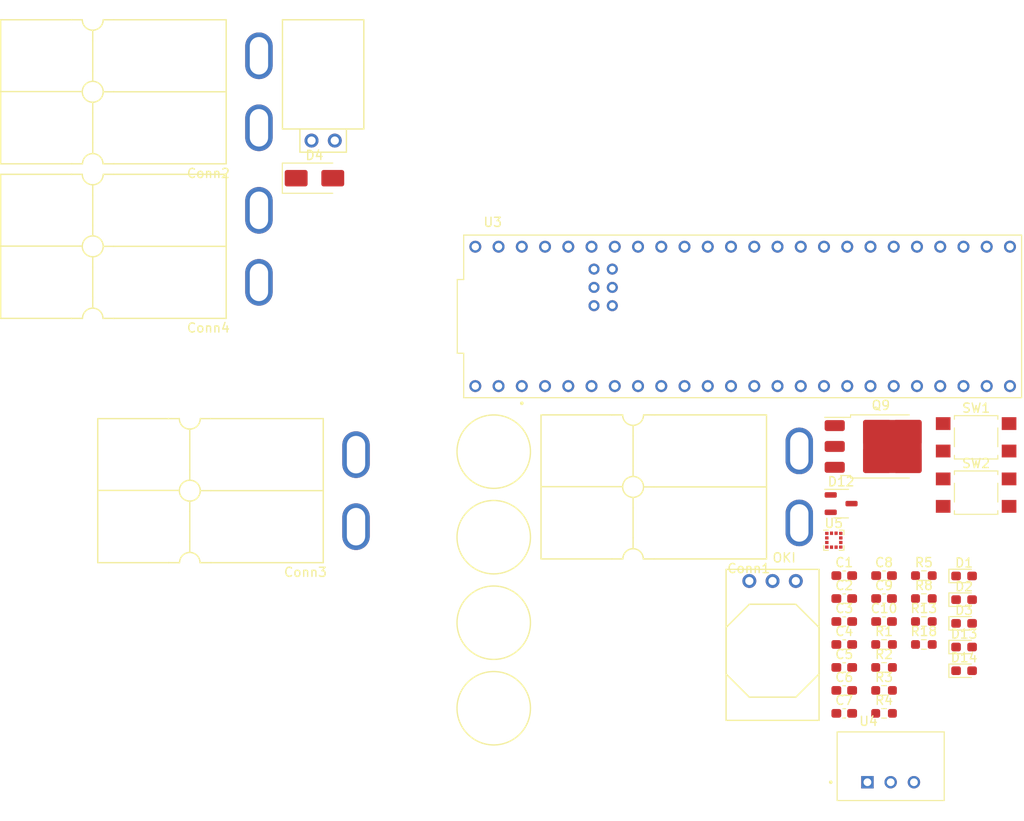
<source format=kicad_pcb>
(kicad_pcb (version 20221018) (generator pcbnew)
  (layers (0 "F.Cu" signal) (31 "B.Cu" signal) (34 "B.Paste" user) (35 "F.Paste" user) (36 "B.SilkS" user "B.Silkscreen") (37 "F.SilkS" user "F.Silkscreen") (38 "B.Mask" user) (39 "F.Mask" user) (44 "Edge.Cuts" user))
  (net 0 "")
  (net 1 "+12V")
  (net 2 "GND")
  (net 3 "+3V3")
  (net 4 "Net-(C6-Pad1)")
  (net 5 "Net-(U5-C1)")
  (net 6 "Net-(D1-A)")
  (net 7 "Net-(D2-A)")
  (net 8 "Net-(D3-A)")
  (net 9 "Net-(D12-A)")
  (net 10 "Net-(D13-A)")
  (net 11 "Net-(D14-A)")
  (net 12 "/LED")
  (net 13 "/TX+")
  (net 14 "/RX+")
  (net 15 "+5V")
  (net 16 "I2C SCL")
  (net 17 "I2C SDA")
  (net 29 "Coil1_RVS")
  (net 30 "Coil1_FWD")
  (net 58 "MAG ENABLE")
  (net 61 "JOG A")
  (net 62 "JOG B")
  (net 63 "+3.3V")
  (net 64 "Net-(Conn3B-V+Log)")
  (net 65 "HB_FWD")
  (net 66 "HB_RVS")
  (footprint "Resistor_SMD:R_0603_1608Metric_Pad0.98x0.95mm_HandSolder" (layer "F.Cu") (at 133.895 94.13)
    (fp_text reference "R2" (at 0 -1.43) (layer "F.SilkS"))
    (fp_text value "1k")
    (fp_line (start -0.254724 -0.5225) (end 0.254724 -0.5225) (stroke (width 0.12)) (layer "F.SilkS"))
    (fp_line (start -0.254724 0.5225) (end 0.254724 0.5225) (stroke (width 0.12)) (layer "F.SilkS"))
    (pad "1" smd roundrect (at -0.9125 0) (size 0.975 0.95) (layers "F.Cu" "F.Paste" "F.Mask") (net 7 "Net-(D2-A)"))
    (pad "2" smd roundrect (at 0.9125 0) (size 0.975 0.95) (layers "F.Cu" "F.Paste" "F.Mask") (net 1 "+12V"))
  )
  (footprint "Resistor_SMD:R_0603_1608Metric_Pad0.98x0.95mm_HandSolder" (layer "F.Cu") (at 138.245 89.11)
    (fp_text reference "R13" (at 0 -1.43) (layer "F.SilkS"))
    (fp_text value "120")
    (fp_line (start -0.254724 -0.5225) (end 0.254724 -0.5225) (stroke (width 0.12)) (layer "F.SilkS"))
    (fp_line (start -0.254724 0.5225) (end 0.254724 0.5225) (stroke (width 0.12)) (layer "F.SilkS"))
    (pad "1" smd roundrect (at -0.9125 0) (size 0.975 0.95) (layers "F.Cu" "F.Paste" "F.Mask") (net 61 "JOG A"))
    (pad "2" smd roundrect (at 0.9125 0) (size 0.975 0.95) (layers "F.Cu" "F.Paste" "F.Mask") (net 10 "Net-(D13-A)"))
  )
  (footprint "Resistor_SMD:R_0603_1608Metric_Pad0.98x0.95mm_HandSolder" (layer "F.Cu") (at 138.245 86.6)
    (fp_text reference "R8" (at 0 -1.43) (layer "F.SilkS"))
    (fp_text value "100k")
    (fp_line (start -0.254724 -0.5225) (end 0.254724 -0.5225) (stroke (width 0.12)) (layer "F.SilkS"))
    (fp_line (start -0.254724 0.5225) (end 0.254724 0.5225) (stroke (width 0.12)) (layer "F.SilkS"))
    (pad "1" smd roundrect (at -0.9125 0) (size 0.975 0.95) (layers "F.Cu" "F.Paste" "F.Mask") (net 2 "GND"))
    (pad "2" smd roundrect (at 0.9125 0) (size 0.975 0.95) (layers "F.Cu" "F.Paste" "F.Mask") (net 9 "Net-(D12-A)"))
  )
  (footprint "Diode_SMD:D_0603_1608Metric_Pad1.05x0.95mm_HandSolder" (layer "F.Cu") (at 142.64 84.13)
    (fp_text reference "D1" (at 0 -1.43) (layer "F.SilkS"))
    (fp_text value "GREEN")
    (fp_line (start -1.66 -0.735) (end -1.66 0.735) (stroke (width 0.12)) (layer "F.SilkS"))
    (fp_line (start -1.66 0.735) (end 0.8 0.735) (stroke (width 0.12)) (layer "F.SilkS"))
    (fp_line (start 0.8 -0.735) (end -1.66 -0.735) (stroke (width 0.12)) (layer "F.SilkS"))
    (pad "1" smd roundrect (at -0.875 0) (size 1.05 0.95) (layers "F.Cu" "F.Paste" "F.Mask") (net 2 "GND"))
    (pad "2" smd roundrect (at 0.875 0) (size 1.05 0.95) (layers "F.Cu" "F.Paste" "F.Mask") (net 6 "Net-(D1-A)"))
  )
  (footprint "MRDT_Drill_Holes:4_40_Hole_Corner" (layer "F.Cu") (at 87.24 102.6006)
    (fp_text reference "V4" hide)
    (fp_text value "Via" hide)
    (fp_circle (center 4.00812 -4.00812) (end 4.00812 0.00508) (stroke (width 0.15)) (fill none) (layer "F.SilkS"))
    (pad "" np_thru_hole circle (at 4.00812 -4.00812) (size 2.9464 2.9464) (drill 2.9464) (layers "*.Cu" "*.Mask") (clearance 2.5))
  )
  (footprint "Resistor_SMD:R_0603_1608Metric_Pad0.98x0.95mm_HandSolder" (layer "F.Cu") (at 138.245 91.62)
    (fp_text reference "R18" (at 0 -1.43) (layer "F.SilkS"))
    (fp_text value "120")
    (fp_line (start -0.254724 -0.5225) (end 0.254724 -0.5225) (stroke (width 0.12)) (layer "F.SilkS"))
    (fp_line (start -0.254724 0.5225) (end 0.254724 0.5225) (stroke (width 0.12)) (layer "F.SilkS"))
    (pad "1" smd roundrect (at -0.9125 0) (size 0.975 0.95) (layers "F.Cu" "F.Paste" "F.Mask") (net 62 "JOG B"))
    (pad "2" smd roundrect (at 0.9125 0) (size 0.975 0.95) (layers "F.Cu" "F.Paste" "F.Mask") (net 11 "Net-(D14-A)"))
  )
  (footprint "Capacitor_SMD:C_0603_1608Metric_Pad1.08x0.95mm_HandSolder" (layer "F.Cu") (at 129.545 84.09)
    (fp_text reference "C1" (at 0 -1.43) (layer "F.SilkS"))
    (fp_text value "10uF")
    (fp_line (start -0.146267 -0.51) (end 0.146267 -0.51) (stroke (width 0.12)) (layer "F.SilkS"))
    (fp_line (start -0.146267 0.51) (end 0.146267 0.51) (stroke (width 0.12)) (layer "F.SilkS"))
    (pad "1" smd roundrect (at -0.8625 0) (size 1.075 0.95) (layers "F.Cu" "F.Paste" "F.Mask") (net 1 "+12V"))
    (pad "2" smd roundrect (at 0.8625 0) (size 1.075 0.95) (layers "F.Cu" "F.Paste" "F.Mask") (net 2 "GND"))
  )
  (footprint "Button_Switch_SMD:SW_SPST_TL3305A" (layer "F.Cu") (at 143.955 68.97)
    (fp_text reference "SW1" (at 0 -3.2) (layer "F.SilkS"))
    (fp_text value "SW_Push")
    (fp_line (start -2.37 -2.37) (end -2.37 -1.97) (stroke (width 0.12)) (layer "F.SilkS"))
    (fp_line (start -2.37 -2.37) (end 2.37 -2.37) (stroke (width 0.12)) (layer "F.SilkS"))
    (fp_line (start -2.37 1.03) (end -2.37 -1.03) (stroke (width 0.12)) (layer "F.SilkS"))
    (fp_line (start -2.37 2.37) (end -2.37 1.97) (stroke (width 0.12)) (layer "F.SilkS"))
    (fp_line (start -2.37 2.37) (end 2.37 2.37) (stroke (width 0.12)) (layer "F.SilkS"))
    (fp_line (start 2.37 -2.37) (end 2.37 -1.97) (stroke (width 0.12)) (layer "F.SilkS"))
    (fp_line (start 2.37 1.03) (end 2.37 -1.03) (stroke (width 0.12)) (layer "F.SilkS"))
    (fp_line (start 2.37 2.37) (end 2.37 1.97) (stroke (width 0.12)) (layer "F.SilkS"))
    (pad "1" smd rect (at -3.6 -1.5) (size 1.6 1.4) (layers "F.Cu" "F.Paste" "F.Mask") (net 63 "+3.3V"))
    (pad "1" smd rect (at 3.6 -1.5) (size 1.6 1.4) (layers "F.Cu" "F.Paste" "F.Mask") (net 63 "+3.3V"))
    (pad "2" smd rect (at -3.6 1.5) (size 1.6 1.4) (layers "F.Cu" "F.Paste" "F.Mask") (net 61 "JOG A"))
    (pad "2" smd rect (at 3.6 1.5) (size 1.6 1.4) (layers "F.Cu" "F.Paste" "F.Mask") (net 61 "JOG A"))
  )
  (footprint "MRDT_Devices:TSR_1-2433" (layer "F.Cu") (at 134.62 104.93)
    (fp_text reference "U4" (at -2.425 -4.915) (layer "F.SilkS"))
    (fp_text value "TSR_1-2450")
    (fp_line (start -5.85 -3.75) (end 5.85 -3.75) (stroke (width 0.127)) (layer "F.SilkS"))
    (fp_line (start -5.85 3.75) (end -5.85 -3.75) (stroke (width 0.127)) (layer "F.SilkS"))
    (fp_line (start -5.85 3.75) (end 5.85 3.75) (stroke (width 0.127)) (layer "F.SilkS"))
    (fp_line (start 5.85 -3.75) (end 5.85 3.75) (stroke (width 0.127)) (layer "F.SilkS"))
    (fp_circle (center -6.55 1.75) (end -6.45 1.75) (stroke (width 0.2)) (fill none) (layer "F.SilkS"))
    (pad "1" thru_hole rect (at -2.54 1.75) (size 1.358 1.358) (drill 0.85) (layers "*.Cu" "*.Mask") (net 1 "+12V"))
    (pad "2" thru_hole circle (at 0 1.75) (size 1.358 1.358) (drill 0.85) (layers "*.Cu" "*.Mask") (net 2 "GND"))
    (pad "3" thru_hole circle (at 2.54 1.75) (size 1.358 1.358) (drill 0.85) (layers "*.Cu" "*.Mask") (net 15 "+5V"))
  )
  (footprint "Capacitor_SMD:C_0603_1608Metric_Pad1.08x0.95mm_HandSolder" (layer "F.Cu") (at 129.545 91.62)
    (fp_text reference "C4" (at 0 -1.43) (layer "F.SilkS"))
    (fp_text value "10uF")
    (fp_line (start -0.146267 -0.51) (end 0.146267 -0.51) (stroke (width 0.12)) (layer "F.SilkS"))
    (fp_line (start -0.146267 0.51) (end 0.146267 0.51) (stroke (width 0.12)) (layer "F.SilkS"))
    (pad "1" smd roundrect (at -0.8625 0) (size 1.075 0.95) (layers "F.Cu" "F.Paste" "F.Mask") (net 64 "Net-(Conn3B-V+Log)"))
    (pad "2" smd roundrect (at 0.8625 0) (size 1.075 0.95) (layers "F.Cu" "F.Paste" "F.Mask") (net 2 "GND"))
  )
  (footprint "Diode_SMD:D_SMA" (layer "F.Cu") (at 71.66 40.64)
    (fp_text reference "D4" (at 0 -2.5) (layer "F.SilkS"))
    (fp_text value "B120-E3")
    (fp_line (start -3.51 -1.65) (end -3.51 1.65) (stroke (width 0.12)) (layer "F.SilkS"))
    (fp_line (start -3.51 -1.65) (end 2 -1.65) (stroke (width 0.12)) (layer "F.SilkS"))
    (fp_line (start -3.51 1.65) (end 2 1.65) (stroke (width 0.12)) (layer "F.SilkS"))
    (pad "1" smd roundrect (at -2 0) (size 2.5 1.8) (layers "F.Cu" "F.Paste" "F.Mask") (roundrect_rratio 0.1388888889) (net 64 "Net-(Conn3B-V+Log)"))
    (pad "2" smd roundrect (at 2 0) (size 2.5 1.8) (layers "F.Cu" "F.Paste" "F.Mask") (roundrect_rratio 0.1388888889) (net 2 "GND"))
  )
  (footprint "Package_TO_SOT_SMD:TO-252-3_TabPin2" (layer "F.Cu") (at 133.545 69.97)
    (fp_text reference "Q9" (at 0 -4.5) (layer "F.SilkS"))
    (fp_text value "Q_PMOS_DGS")
    (fp_line (start -3.31 -3.45) (end -3.31 -3.18) (stroke (width 0.12)) (layer "F.SilkS"))
    (fp_line (start -3.31 -3.18) (end -6.14 -3.18) (stroke (width 0.12)) (layer "F.SilkS"))
    (fp_line (start -3.31 3.18) (end -4.41 3.18) (stroke (width 0.12)) (layer "F.SilkS"))
    (fp_line (start -3.31 3.45) (end -3.31 3.18) (stroke (width 0.12)) (layer "F.SilkS"))
    (fp_line (start 3.11 -3.45) (end -3.31 -3.45) (stroke (width 0.12)) (layer "F.SilkS"))
    (fp_line (start 3.11 3.45) (end -3.31 3.45) (stroke (width 0.12)) (layer "F.SilkS"))
    (pad "1" smd roundrect (at -5.04 -2.28) (size 2.2 1.2) (layers "F.Cu" "F.Paste" "F.Mask") (roundrect_rratio 0.208333) (net 9 "Net-(D12-A)"))
    (pad "2" smd roundrect (at -5.04 0) (size 2.2 1.2) (layers "F.Cu" "F.Paste" "F.Mask") (roundrect_rratio 0.208333) (net 64 "Net-(Conn3B-V+Log)"))
    (pad "2" smd roundrect (at -0.415 -1.525) (size 3.05 2.75) (layers "F.Cu" "F.Paste") (roundrect_rratio 0.090909) (net 64 "Net-(Conn3B-V+Log)"))
    (pad "2" smd roundrect (at -0.415 1.525) (size 3.05 2.75) (layers "F.Cu" "F.Paste") (roundrect_rratio 0.090909) (net 64 "Net-(Conn3B-V+Log)"))
    (pad "2" smd roundrect (at 1.26 0) (size 6.4 5.8) (layers "F.Cu" "F.Mask") (roundrect_rratio 0.043103) (net 64 "Net-(Conn3B-V+Log)"))
    (pad "2" smd roundrect (at 2.935 -1.525) (size 3.05 2.75) (layers "F.Cu" "F.Paste") (roundrect_rratio 0.090909) (net 64 "Net-(Conn3B-V+Log)"))
    (pad "2" smd roundrect (at 2.935 1.525) (size 3.05 2.75) (layers "F.Cu" "F.Paste") (roundrect_rratio 0.090909) (net 64 "Net-(Conn3B-V+Log)"))
    (pad "3" smd roundrect (at -5.04 2.28) (size 2.2 1.2) (layers "F.Cu" "F.Paste" "F.Mask") (roundrect_rratio 0.208333) (net 1 "+12V"))
  )
  (footprint "Capacitor_SMD:C_0603_1608Metric_Pad1.08x0.95mm_HandSolder" (layer "F.Cu") (at 129.545 94.13)
    (fp_text reference "C5" (at 0 -1.43) (layer "F.SilkS"))
    (fp_text value "22uF")
    (fp_line (start -0.146267 -0.51) (end 0.146267 -0.51) (stroke (width 0.12)) (layer "F.SilkS"))
    (fp_line (start -0.146267 0.51) (end 0.146267 0.51) (stroke (width 0.12)) (layer "F.SilkS"))
    (pad "1" smd roundrect (at -0.8625 0) (size 1.075 0.95) (layers "F.Cu" "F.Paste" "F.Mask") (net 64 "Net-(Conn3B-V+Log)"))
    (pad "2" smd roundrect (at 0.8625 0) (size 1.075 0.95) (layers "F.Cu" "F.Paste" "F.Mask") (net 2 "GND"))
  )
  (footprint "LED_SMD:LED_0603_1608Metric_Pad1.05x0.95mm_HandSolder" (layer "F.Cu") (at 142.64 91.9)
    (fp_text reference "D13" (at 0 -1.43) (layer "F.SilkS"))
    (fp_text value "Blue")
    (fp_line (start -1.66 -0.735) (end -1.66 0.735) (stroke (width 0.12)) (layer "F.SilkS"))
    (fp_line (start -1.66 0.735) (end 0.8 0.735) (stroke (width 0.12)) (layer "F.SilkS"))
    (fp_line (start 0.8 -0.735) (end -1.66 -0.735) (stroke (width 0.12)) (layer "F.SilkS"))
    (pad "1" smd roundrect (at -0.875 0) (size 1.05 0.95) (layers "F.Cu" "F.Paste" "F.Mask") (net 2 "GND"))
    (pad "2" smd roundrect (at 0.875 0) (size 1.05 0.95) (layers "F.Cu" "F.Paste" "F.Mask") (net 10 "Net-(D13-A)"))
  )
  (footprint "MRDT_Connectors:Square_Anderson_2_H_Side_By_Side" (layer "F.Cu") (at 76.5746 70.316)
    (fp_text reference "Conn3" (at -5.9 13.4) (layer "F.SilkS"))
    (fp_text value "AndersonPP")
    (fp_line (start -28.594 -3.387) (end -28.594 12.361) (stroke (width 0.15)) (layer "F.SilkS"))
    (fp_line (start -28.5686 -3.387) (end -20.8216 -3.387) (stroke (width 0.15)) (layer "F.SilkS"))
    (fp_line (start -28.5686 4.4616) (end -19.6786 4.4616) (stroke (width 0.15)) (layer "F.SilkS"))
    (fp_line (start -20.847 12.361) (end -19.6786 12.361) (stroke (width 0.15)) (layer "F.SilkS"))
    (fp_line (start -20.8216 12.361) (end -28.5686 12.361) (stroke (width 0.15)) (layer "F.SilkS"))
    (fp_line (start -19.6786 -3.387) (end -20.8978 -3.387) (stroke (width 0.15)) (layer "F.SilkS"))
    (fp_line (start -18.5356 -2.244) (end -18.5356 -1.0756) (stroke (width 0.15)) (layer "F.SilkS"))
    (fp_line (start -18.5356 2.201) (end -18.5356 -1.0756) (stroke (width 0.15)) (layer "F.SilkS"))
    (fp_line (start -18.5356 2.201) (end -18.5356 3.344) (stroke (width 0.15)) (layer "F.SilkS"))
    (fp_line (start -18.5356 6.773) (end -18.5356 5.63) (stroke (width 0.15)) (layer "F.SilkS"))
    (fp_line (start -18.5356 6.773) (end -18.5356 10.075) (stroke (width 0.15)) (layer "F.SilkS"))
    (fp_line (start -18.5356 10.0496) (end -18.5356 11.218) (stroke (width 0.15)) (layer "F.SilkS"))
    (fp_line (start -16.275 -3.387) (end -17.3672 -3.387) (stroke (width 0.15)) (layer "F.SilkS"))
    (fp_line (start -16.2496 -3.387) (end -3.956 -3.387) (stroke (width 0.15)) (layer "F.SilkS"))
    (fp_line (start -16.2496 4.487) (end -17.3926 4.487) (stroke (width 0.15)) (layer "F.SilkS"))
    (fp_line (start -16.2496 4.487) (end -3.956 4.487) (stroke (width 0.15)) (layer "F.SilkS"))
    (fp_line (start -16.2496 12.361) (end -3.956 12.361) (stroke (width 0.15)) (layer "F.SilkS"))
    (fp_line (start -16.2242 12.361) (end -17.418 12.361) (stroke (width 0.15)) (layer "F.SilkS"))
    (fp_line (start -3.956 -3.387) (end -3.956 12.361) (stroke (width 0.15)) (layer "F.SilkS"))
    (fp_arc (start -19.6532 12.361) (mid -19.325863 11.570737) (end -18.5356 11.2434) (stroke (width 0.15)) (layer "F.SilkS"))
    (fp_arc (start -18.5356 -2.244) (mid -19.343823 -2.578777) (end -19.6786 -3.387) (stroke (width 0.15)) (layer "F.SilkS"))
    (fp_arc (start -18.5356 11.2434) (mid -17.745337 11.570737) (end -17.418 12.361) (stroke (width 0.15)) (layer "F.SilkS"))
    (fp_arc (start -17.3926 -3.387) (mid -17.727377 -2.578777) (end -18.5356 -2.244) (stroke (width 0.15)) (layer "F.SilkS"))
    (fp_circle (center -18.5356 4.487) (end -18.5356 5.63) (stroke (width 0.15)) (fill none) (layer "F.SilkS"))
    (pad "1" thru_hole oval (at -0.3746 0.55) (size 3 5.1) (drill oval 2 4.1) (layers "*.Cu" "*.Mask" "F.Paste"))
    (pad "2" thru_hole oval (at -0.3746 8.424) (size 3 5.1) (drill oval 2 4.1) (layers "*.Cu" "*.Mask" "F.Paste") (net 64 "Net-(Conn3B-V+Log)"))
  )
  (footprint "MRDT_Shields:Teensy_4_1_Ethernet" (layer "F.Cu") (at 118.445 55.75)
    (fp_text reference "U3" (at -27.305 -10.295) (layer "F.SilkS"))
    (fp_text value "Teensy4.1_DEV-16771")
    (fp_line (start -31.18 4.03) (end -31.18 -4.03) (stroke (width 0.127)) (layer "F.SilkS"))
    (fp_line (start -30.48 -8.89) (end -30.48 -4.03) (stroke (width 0.127)) (layer "F.SilkS"))
    (fp_line (start -30.48 -8.89) (end 30.48 -8.89) (stroke (width 0.127)) (layer "F.SilkS"))
    (fp_line (start -30.48 -4.03) (end -31.18 -4.03) (stroke (width 0.127)) (layer "F.SilkS"))
    (fp_line (start -30.48 4.03) (end -31.18 4.03) (stroke (width 0.127)) (layer "F.SilkS"))
    (fp_line (start -30.48 8.89) (end -30.48 4.03) (stroke (width 0.127)) (layer "F.SilkS"))
    (fp_line (start 30.48 -8.89) (end 30.48 8.89) (stroke (width 0.127)) (layer "F.SilkS"))
    (fp_line (start 30.48 8.89) (end -30.48 8.89) (stroke (width 0.127)) (layer "F.SilkS"))
    (fp_circle (center -24.13 9.5) (end -24.03 9.5) (stroke (width 0.2)) (fill none) (layer "F.SilkS"))
    (pad "0" thru_hole circle (at -26.67 7.62) (size 1.308 1.308) (drill 0.8) (layers "*.Cu" "*.Mask"))
    (pad "1" thru_hole circle (at -24.13 7.62) (size 1.308 1.308) (drill 0.8) (layers "*.Cu" "*.Mask"))
    (pad "2" thru_hole circle (at -21.59 7.62) (size 1.308 1.308) (drill 0.8) (layers "*.Cu" "*.Mask"))
    (pad "3" thru_hole circle (at -19.05 7.62) (size 1.308 1.308) (drill 0.8) (layers "*.Cu" "*.Mask"))
    (pad "3.3V_1" thru_hole circle (at 6.35 7.62) (size 1.308 1.308) (drill 0.8) (layers "*.Cu" "*.Mask") (net 3 "+3V3"))
    (pad "3.3V_2" thru_hole circle (at -24.13 -7.62) (size 1.308 1.308) (drill 0.8) (layers "*.Cu" "*.Mask") (net 3 "+3V3"))
    (pad "4" thru_hole circle (at -16.51 7.62) (size 1.308 1.308) (drill 0.8) (layers "*.Cu" "*.Mask"))
    (pad "5" thru_hole circle (at -13.97 7.62) (size 1.308 1.308) (drill 0.8) (layers "*.Cu" "*.Mask"))
    (pad "6" thru_hole circle (at -11.43 7.62) (size 1.308 1.308) (drill 0.8) (layers "*.Cu" "*.Mask"))
    (pad "7" thru_hole circle (at -8.89 7.62) (size 1.308 1.308) (drill 0.8) (layers "*.Cu" "*.Mask"))
    (pad "8" thru_hole circle (at -6.35 7.62) (size 1.308 1.308) (drill 0.8) (layers "*.Cu" "*.Mask"))
    (pad "9" thru_hole circle (at -3.81 7.62) (size 1.308 1.308) (drill 0.8) (layers "*.Cu" "*.Mask"))
    (pad "10" thru_hole circle (at -1.27 7.62) (size 1.308 1.308) (drill 0.8) (layers "*.Cu" "*.Mask"))
    (pad "11" thru_hole circle (at 1.27 7.62) (size 1.308 1.308) (drill 0.8) (layers "*.Cu" "*.Mask") (net 29 "Coil1_RVS"))
    (pad "12" thru_hole circle (at 3.81 7.62) (size 1.308 1.308) (drill 0.8) (layers "*.Cu" "*.Mask") (net 30 "Coil1_FWD"))
    (pad "13" thru_hole circle (at 3.81 -7.62) (size 1.308 1.308) (drill 0.8) (layers "*.Cu" "*.Mask"))
    (pad "14" thru_hole circle (at 1.27 -7.62) (size 1.308 1.308) (drill 0.8) (layers "*.Cu" "*.Mask"))
    (pad "15" thru_hole circle (at -1.27 -7.62) (size 1.308 1.308) (drill 0.8) (layers "*.Cu" "*.Mask"))
    (pad "16" thru_hole circle (at -3.81 -7.62) (size 1.308 1.308) (drill 0.8) (layers "*.Cu" "*.Mask"))
    (pad "17" thru_hole circle (at -6.35 -7.62) (size 1.308 1.308) (drill 0.8) (layers "*.Cu" "*.Mask"))
    (pad "18" thru_hole circle (at -8.89 -7.62) (size 1.308 1.308) (drill 0.8) (layers "*.Cu" "*.Mask") (net 17 "I2C SDA"))
    (pad "19" thru_hole circle (at -11.43 -7.62) (size 1.308 1.308) (drill 0.8) (layers "*.Cu" "*.Mask") (net 16 "I2C SCL"))
    (pad "20" thru_hole circle (at -13.97 -7.62) (size 1.308 1.308) (drill 0.8) (layers "*.Cu" "*.Mask"))
    (pad "21" thru_hole circle (at -16.51 -7.62) (size 1.308 1.308) (drill 0.8) (layers "*.Cu" "*.Mask"))
    (pad "22" thru_hole circle (at -19.05 -7.62) (size 1.308 1.308) (drill 0.8) (layers "*.Cu" "*.Mask"))
    (pad "23" thru_hole circle (at -21.59 -7.62) (size 1.308 1.308) (drill 0.8) (layers "*.Cu" "*.Mask"))
    (pad "24" thru_hole circle (at 8.89 7.62) (size 1.308 1.308) (drill 0.8) (layers "*.Cu" "*.Mask") (net 62 "JOG B"))
    (pad "25" thru_hole circle (at 11.43 7.62) (size 1.308 1.308) (drill 0.8) (layers "*.Cu" "*.Mask") (net 61 "JOG A"))
    (pad "26" thru_hole circle (at 13.97 7.62) (size 1.308 1.308) (drill 0.8) (layers "*.Cu" "*.Mask"))
    (pad "27" thru_hole circle (at 16.51 7.62) (size 1.308 1.308) (drill 0.8) (layers "*.Cu" "*.Mask"))
    (pad "28" thru_hole circle (at 19.05 7.62) (size 1.308 1.308) (drill 0.8) (layers "*.Cu" "*.Mask"))
    (pad "29" thru_hole circle (at 21.59 7.62) (size 1.308 1.308) (drill 0.8) (layers "*.Cu" "*.Mask"))
    (pad "30" thru_hole circle (at 24.13 7.62) (size 1.308 1.308) (drill 0.8) (layers "*.Cu" "*.Mask"))
    (pad "31" thru_hole circle (at 26.67 7.62) (size 1.308 1.308) (drill 0.8) (layers "*.Cu" "*.Mask"))
    (pad "32" thru_hole circle (at 29.21 7.62) (size 1.308 1.308) (drill 0.8) (layers "*.Cu" "*.Mask"))
    (pad "33" thru_hole circle (at 29.21 -7.62) (size 1.308 1.308) (drill 0.8) (layers "*.Cu" "*.Mask"))
    (pad "34" thru_hole circle (at 26.67 -7.62) (size 1.308 1.308) (drill 0.8) (layers "*.Cu" "*.Mask"))
    (pad "35" thru_hole circle (at 24.13 -7.62) (size 1.308 1.308) (drill 0.8) (layers "*.Cu" "*.Mask"))
    (pad "36" thru_hole circle (at 21.59 -7.62) (size 1.308 1.308) (drill 0.8) (layers "*.Cu" "*.Mask"))
    (pad "37" thru_hole circle (at 19.05 -7.62) (size 1.308 1.308) (drill 0.8) (layers "*.Cu" "*.Mask"))
    (pad "38" thru_hole circle (at 16.51 -7.62) (size 1.308 1.308) (drill 0.8) (layers "*.Cu" "*.Mask"))
    (pad "39" thru_hole circle (at 13.97 -7.62) (size 1.308 1.308) (drill 0.8) (layers "*.Cu" "*.Mask"))
    (pad "40" thru_hole circle (at 11.43 -7.62) (size 1.308 1.308) (drill 0.8) (layers "*.Cu" "*.Mask"))
    (pad "41" thru_hole circle (at 8.89 -7.62) (size 1.308 1.308) (drill 0.8) (layers "*.Cu" "*.Mask"))
    (pad "GND1" thru_hole circle (at -29.21 7.62) (size 1.308 1.308) (drill 0.8) (layers "*.Cu" "*.Mask") (net 2 "GND"))
    (pad "GND2" thru_hole circle (at 6.35 -7.62) (size 1.308 1.308) (drill 0.8) (layers "*.Cu" "*.Mask") (net 2 "GND"))
    (pad "GND3" thru_hole circle (at -26.67 -7.62) (size 1.308 1.308) (drill 0.8) (layers "*.Cu" "*.Mask") (net 2 "GND"))
    (pad "GND5" thru_hole circle (at -14.24 -3.17) (size 1.208 1.208) (drill 0.7) (layers "*.Cu" "*.Mask") (net 2 "GND"))
    (pad "LED" thru_hole circle (at -16.24 -3.17) (size 1.208 1.208) (drill 0.7) (layers "*.Cu" "*.Mask") (net 12 "/LED"))
    (pad "R+" thru_hole circle (at -16.24 -5.17) (size 1.208 1.208) (drill 0.7) (layers "*.Cu" "*.Mask") (net 14 "/RX+"))
    (pad "R-" thru_hole circle (at -14.24 -5.17) (size 1.208 1.208) (drill 0.7) (layers "*.Cu" "*.Mask"))
    (pad "T+" thru_hole circle (at -14.24 -1.17) (size 1.208 1.208) (drill 0.7) (layers "*.Cu" "*.Mask") (net 13 "/TX+"))
    (pad "T-" thru_hole circle (at -16.24 -1.17) (size 1.208 1.208) (drill 0.7) (layers "*.Cu" "*.Mask"))
    (pad "VIN" thru_hole circle (at -29.21 -7.62) (size 1.308 1.308) (drill 0.8) (layers "*.Cu" "*.Mask"))
  )
  (footprint "Capacitor_SMD:C_0603_1608Metric_Pad1.08x0.95mm_HandSolder" (layer "F.Cu") (at 129.545 96.64)
    (fp_text reference "C6" (at 0 -1.43) (layer "F.SilkS"))
    (fp_text value "0.1uF")
    (fp_line (start -0.146267 -0.51) (end 0.146267 -0.51) (stroke (width 0.12)) (layer "F.SilkS"))
    (fp_line (start -0.146267 0.51) (end 0.146267 0.51) (stroke (width 0.12)) (layer "F.SilkS"))
    (pad "1" smd roundrect (at -0.8625 0) (size 1.075 0.95) (layers "F.Cu" "F.Paste" "F.Mask") (net 4 "Net-(C6-Pad1)"))
    (pad "2" smd roundrect (at 0.8625 0) (size 1.075 0.95) (layers "F.Cu" "F.Paste" "F.Mask") (net 2 "GND"))
  )
  (footprint "Resistor_SMD:R_0603_1608Metric_Pad0.98x0.95mm_HandSolder" (layer "F.Cu") (at 133.895 91.62)
    (fp_text reference "R1" (at 0 -1.43) (layer "F.SilkS"))
    (fp_text value "120")
    (fp_line (start -0.254724 -0.5225) (end 0.254724 -0.5225) (stroke (width 0.12)) (layer "F.SilkS"))
    (fp_line (start -0.254724 0.5225) (end 0.254724 0.5225) (stroke (width 0.12)) (layer "F.SilkS"))
    (pad "1" smd roundrect (at -0.9125 0) (size 0.975 0.95) (layers "F.Cu" "F.Paste" "F.Mask") (net 63 "+3.3V"))
    (pad "2" smd roundrect (at 0.9125 0) (size 0.975 0.95) (layers "F.Cu" "F.Paste" "F.Mask") (net 6 "Net-(D1-A)"))
  )
  (footprint "Resistor_SMD:R_0603_1608Metric_Pad0.98x0.95mm_HandSolder" (layer "F.Cu") (at 133.895 96.64)
    (fp_text reference "R3" (at 0 -1.43) (layer "F.SilkS"))
    (fp_text value "300")
    (fp_line (start -0.254724 -0.5225) (end 0.254724 -0.5225) (stroke (width 0.12)) (layer "F.SilkS"))
    (fp_line (start -0.254724 0.5225) (end 0.254724 0.5225) (stroke (width 0.12)) (layer "F.SilkS"))
    (pad "1" smd roundrect (at -0.9125 0) (size 0.975 0.95) (layers "F.Cu" "F.Paste" "F.Mask") (net 15 "+5V"))
    (pad "2" smd roundrect (at 0.9125 0) (size 0.975 0.95) (layers "F.Cu" "F.Paste" "F.Mask") (net 8 "Net-(D3-A)"))
  )
  (footprint "MRDT_Connectors:Square_Anderson_2_H_Side_By_Side" (layer "F.Cu") (at 65.969 26.707)
    (fp_text reference "Conn2" (at -5.9 13.4) (layer "F.SilkS"))
    (fp_text value "AndersonPP")
    (fp_line (start -28.594 -3.387) (end -28.594 12.361) (stroke (width 0.15)) (layer "F.SilkS"))
    (fp_line (start -28.5686 -3.387) (end -20.8216 -3.387) (stroke (width 0.15)) (layer "F.SilkS"))
    (fp_line (start -28.5686 4.4616) (end -19.6786 4.4616) (stroke (width 0.15)) (layer "F.SilkS"))
    (fp_line (start -20.847 12.361) (end -19.6786 12.361) (stroke (width 0.15)) (layer "F.SilkS"))
    (fp_line (start -20.8216 12.361) (end -28.5686 12.361) (stroke (width 0.15)) (layer "F.SilkS"))
    (fp_line (start -19.6786 -3.387) (end -20.8978 -3.387) (stroke (width 0.15)) (layer "F.SilkS"))
    (fp_line (start -18.5356 -2.244) (end -18.5356 -1.0756) (stroke (width 0.15)) (layer "F.SilkS"))
    (fp_line (start -18.5356 2.201) (end -18.5356 -1.0756) (stroke (width 0.15)) (layer "F.SilkS"))
    (fp_line (start -18.5356 2.201) (end -18.5356 3.344) (stroke (width 0.15)) (layer "F.SilkS"))
    (fp_line (start -18.5356 6.773) (end -18.5356 5.63) (stroke (width 0.15)) (layer "F.SilkS"))
    (fp_line (start -18.5356 6.773) (end -18.5356 10.075) (stroke (width 0.15)) (layer "F.SilkS"))
    (fp_line (start -18.5356 10.0496) (end -18.5356 11.218) (stroke (width 0.15)) (layer "F.SilkS"))
    (fp_line (start -16.275 -3.387) (end -17.3672 -3.387) (stroke (width 0.15)) (layer "F.SilkS"))
    (fp_line (start -16.2496 -3.387) (end -3.956 -3.387) (stroke (width 0.15)) (layer "F.SilkS"))
    (fp_line (start -16.2496 4.487) (end -17.3926 4.487) (stroke (width 0.15)) (layer "F.SilkS"))
    (fp_line (start -16.2496 4.487) (end -3.956 4.487) (stroke (width 0.15)) (layer "F.SilkS"))
    (fp_line (start -16.2496 12.361) (end -3.956 12.361) (stroke (width 0.15)) (layer "F.SilkS"))
    (fp_line (start -16.2242 12.361) (end -17.418 12.361) (stroke (width 0.15)) (layer "F.SilkS"))
    (fp_line (start -3.956 -3.387) (end -3.956 12.361) (stroke (width 0.15)) (layer "F.SilkS"))
    (fp_arc (start -19.6532 12.361) (mid -19.325863 11.570737) (end -18.5356 11.2434) (stroke (width 0.15)) (layer "F.SilkS"))
    (fp_arc (start -18.5356 -2.244) (mid -19.343823 -2.578777) (end -19.6786 -3.387) (stroke (width 0.15)) (layer "F.SilkS"))
    (fp_arc (start -18.5356 11.2434) (mid -17.745337 11.570737) (end -17.418 12.361) (stroke (width 0.15)) (layer "F.SilkS"))
    (fp_arc (start -17.3926 -3.387) (mid -17.727377 -2.578777) (end -18.5356 -2.244) (stroke (width 0.15)) (layer "F.SilkS"))
    (fp_circle (center -18.5356 4.487) (end -18.5356 5.63) (stroke (width 0.15)) (fill none) (layer "F.SilkS"))
    (pad "1" thru_hole oval (at -0.3746 0.55) (size 3 5.1) (drill oval 2 4.1) (layers "*.Cu" "*.Mask" "F.Paste") (net 2 "GND"))
    (pad "2" thru_hole oval (at -0.3746 8.424) (size 3 5.1) (drill oval 2 4.1) (layers "*.Cu" "*.Mask" "F.Paste"))
  )
  (footprint "MRDT_Devices:OKI_Horizontal" (layer "F.Cu") (at 119.175 84.68)
    (fp_text reference "U1" hide)
    (fp_text value "OKI" (at 3.81 -2.54) (layer "F.SilkS"))
    (fp_line (start -2.54 -1.27) (end 7.62 -1.27) (stroke (width 0.15)) (layer "F.SilkS"))
    (fp_line (start -2.54 5.08) (end 0 2.54) (stroke (width 0.15)) (layer "F.SilkS"))
    (fp_line (start -2.54 10.16) (end -2.54 5.08) (stroke (width 0.15)) (layer "F.SilkS"))
    (fp_line (start -2.54 15.24) (end -2.54 -1.27) (stroke (width 0.15)) (layer "F.SilkS"))
    (fp_line (start -2.54 15.24) (end 7.62 15.24) (stroke (width 0.15)) (layer "F.SilkS"))
    (fp_line (start 0 2.54) (end 5.08 2.54) (stroke (width 0.15)) (layer "F.SilkS"))
    (fp_line (start 0 12.7) (end -2.54 10.16) (stroke (width 0.15)) (layer "F.SilkS"))
    (fp_line (start 5.08 2.54) (end 7.62 5.08) (stroke (width 0.15)) (layer "F.SilkS"))
    (fp_line (start 5.08 12.7) (end 0 12.7) (stroke (width 0.15)) (layer "F.SilkS"))
    (fp_line (start 7.62 -1.27) (end 7.62 15.24) (stroke (width 0.15)) (layer "F.SilkS"))
    (fp_line (start 7.62 5.08) (end 7.62 10.16) (stroke (width 0.15)) (layer "F.SilkS"))
    (fp_line (start 7.62 10.16) (end 5.08 12.7) (stroke (width 0.15)) (layer "F.SilkS"))
    (pad "1" thru_hole circle (at 0 0) (size 1.524 1.524) (drill 0.889) (layers "*.Cu" "*.Mask") (net 1 "+12V"))
    (pad "2" thru_hole circle (at 2.54 0) (size 1.524 1.524) (drill 0.889) (layers "*.Cu" "*.Mask") (net 2 "GND"))
    (pad "3" thru_hole circle (at 5.08 0) (size 1.524 1.524) (drill 0.889) (layers "*.Cu" "*.Mask") (net 63 "+3.3V"))
  )
  (footprint "Resistor_SMD:R_0603_1608Metric_Pad0.98x0.95mm_HandSolder" (layer "F.Cu") (at 133.895 99.15)
    (fp_text reference "R4" (at 0 -1.43) (layer "F.SilkS"))
    (fp_text value "4.7k")
    (fp_line (start -0.254724 -0.5225) (end 0.254724 -0.5225) (stroke (width 0.12)) (layer "F.SilkS"))
    (fp_line (start -0.254724 0.5225) (end 0.254724 0.5225) (stroke (width 0.12)) (layer "F.SilkS"))
    (pad "1" smd roundrect (at -0.9125 0) (size 0.975 0.95) (layers "F.Cu" "F.Paste" "F.Mask") (net 63 "+3.3V"))
    (pad "2" smd roundrect (at 0.9125 0) (size 0.975 0.95) (layers "F.Cu" "F.Paste" "F.Mask") (net 16 "I2C SCL"))
  )
  (footprint "MRDT_Connectors:Square_Anderson_2_H_Side_By_Side" (layer "F.Cu") (at 65.969 43.605)
    (fp_text reference "Conn4" (at -5.9 13.4) (layer "F.SilkS"))
    (fp_text value "AndersonPP")
    (fp_line (start -28.594 -3.387) (end -28.594 12.361) (stroke (width 0.15)) (layer "F.SilkS"))
    (fp_line (start -28.5686 -3.387) (end -20.8216 -3.387) (stroke (width 0.15)) (layer "F.SilkS"))
    (fp_line (start -28.5686 4.4616) (end -19.6786 4.4616) (stroke (width 0.15)) (layer "F.SilkS"))
    (fp_line (start -20.847 12.361) (end -19.6786 12.361) (stroke (width 0.15)) (layer "F.SilkS"))
    (fp_line (start -20.8216 12.361) (end -28.5686 12.361) (stroke (width 0.15)) (layer "F.SilkS"))
    (fp_line (start -19.6786 -3.387) (end -20.8978 -3.387) (stroke (width 0.15)) (layer "F.SilkS"))
    (fp_line (start -18.5356 -2.244) (end -18.5356 -1.0756) (stroke (width 0.15)) (layer "F.SilkS"))
    (fp_line (start -18.5356 2.201) (end -18.5356 -1.0756) (stroke (width 0.15)) (layer "F.SilkS"))
    (fp_line (start -18.5356 2.201) (end -18.5356 3.344) (stroke (width 0.15)) (layer "F.SilkS"))
    (fp_line (start -18.5356 6.773) (end -18.5356 5.63) (stroke (width 0.15)) (layer "F.SilkS"))
    (fp_line (start -18.5356 6.773) (end -18.5356 10.075) (stroke (width 0.15)) (layer "F.SilkS"))
    (fp_line (start -18.5356 10.0496) (end -18.5356 11.218) (stroke (width 0.15)) (layer "F.SilkS"))
    (fp_line (start -16.275 -3.387) (end -17.3672 -3.387) (stroke (width 0.15)) (layer "F.SilkS"))
    (fp_line (start -16.2496 -3.387) (end -3.956 -3.387) (stroke (width 0.15)) (layer "F.SilkS"))
    (fp_line (start -16.2496 4.487) (end -17.3926 4.487) (stroke (width 0.15)) (layer "F.SilkS"))
    (fp_line (start -16.2496 4.487) (end -3.956 4.487) (stroke (width 0.15)) (layer "F.SilkS"))
    (fp_line (start -16.2496 12.361) (end -3.956 12.361) (stroke (width 0.15)) (layer "F.SilkS"))
    (fp_line (start -16.2242 12.361) (end -17.418 12.361) (stroke (width 0.15)) (layer "F.SilkS"))
    (fp_line (start -3.956 -3.387) (end -3.956 12.361) (stroke (width 0.15)) (layer "F.SilkS"))
    (fp_arc (start -19.6532 12.361) (mid -19.325863 11.570737) (end -18.5356 11.2434) (stroke (width 0.15)) (layer "F.SilkS"))
    (fp_arc (start -18.5356 -2.244) (mid -19.343823 -2.578777) (end -19.6786 -3.387) (stroke (width 0.15)) (layer "F.SilkS"))
    (fp_arc (start -18.5356 11.2434) (mid -17.745337 11.570737) (end -17.418 12.361) (stroke (width 0.15)) (layer "F.SilkS"))
    (fp_arc (start -17.3926 -3.387) (mid -17.727377 -2.578777) (end -18.5356 -2.244) (stroke (width 0.15)) (layer "F.SilkS"))
    (fp_circle (center -18.5356 4.487) (end -18.5356 5.63) (stroke (width 0.15)) (fill none) (layer "F.SilkS"))
    (pad "1" thru_hole oval (at -0.3746 0.55) (size 3 5.1) (drill oval 2 4.1) (layers "*.Cu" "*.Mask" "F.Paste"))
    (pad "2" thru_hole oval (at -0.3746 8.424) (size 3 5.1) (drill oval 2 4.1) (layers "*.Cu" "*.Mask" "F.Paste") (net 64 "Net-(Conn3B-V+Log)"))
  )
  (footprint "Capacitor_SMD:C_0603_1608Metric_Pad1.08x0.95mm_HandSolder" (layer "F.Cu") (at 133.895 89.11)
    (fp_text reference "C10" (at 0 -1.43) (layer "F.SilkS"))
    (fp_text value "100nF")
    (fp_line (start -0.146267 -0.51) (end 0.146267 -0.51) (stroke (width 0.12)) (layer "F.SilkS"))
    (fp_line (start -0.146267 0.51) (end 0.146267 0.51) (stroke (width 0.12)) (layer "F.SilkS"))
    (pad "1" smd roundrect (at -0.8625 0) (size 1.075 0.95) (layers "F.Cu" "F.Paste" "F.Mask") (net 63 "+3.3V"))
    (pad "2" smd roundrect (at 0.8625 0) (size 1.075 0.95) (layers "F.Cu" "F.Paste" "F.Mask") (net 5 "Net-(U5-C1)"))
  )
  (footprint "MRDT_Drill_Holes:4_40_Hole_Corner" (layer "F.Cu") (at 87.24 93.2492)
    (fp_text reference "V3" hide)
    (fp_text value "Via" hide)
    (fp_circle (center 4.00812 -4.00812) (end 4.00812 0.00508) (stroke (width 0.15)) (fill none) (layer "F.SilkS"))
    (pad "" np_thru_hole circle (at 4.00812 -4.00812) (size 2.9464 2.9464) (drill 2.9464) (layers "*.Cu" "*.Mask") (clearance 2.5))
  )
  (footprint "LED_SMD:LED_0603_1608Metric_Pad1.05x0.95mm_HandSolder" (layer "F.Cu") (at 142.64 94.49)
    (fp_text reference "D14" (at 0 -1.43) (layer "F.SilkS"))
    (fp_text value "Blue")
    (fp_line (start -1.66 -0.735) (end -1.66 0.735) (stroke (width 0.12)) (layer "F.SilkS"))
    (fp_line (start -1.66 0.735) (end 0.8 0.735) (stroke (width 0.12)) (layer "F.SilkS"))
    (fp_line (start 0.8 -0.735) (end -1.66 -0.735) (stroke (width 0.12)) (layer "F.SilkS"))
    (pad "1" smd roundrect (at -0.875 0) (size 1.05 0.95) (layers "F.Cu" "F.Paste" "F.Mask") (net 2 "GND"))
    (pad "2" smd roundrect (at 0.875 0) (size 1.05 0.95) (layers "F.Cu" "F.Paste" "F.Mask") (net 11 "Net-(D14-A)"))
  )
  (footprint "Capacitor_SMD:C_0603_1608Metric_Pad1.08x0.95mm_HandSolder" (layer "F.Cu") (at 129.545 89.11)
    (fp_text reference "C3" (at 0 -1.43) (layer "F.SilkS"))
    (fp_text value "0.1uF")
    (fp_line (start -0.146267 -0.51) (end 0.146267 -0.51) (stroke (width 0.12)) (layer "F.SilkS"))
    (fp_line (start -0.146267 0.51) (end 0.146267 0.51) (stroke (width 0.12)) (layer "F.SilkS"))
    (pad "1" smd roundrect (at -0.8625 0) (size 1.075 0.95) (layers "F.Cu" "F.Paste" "F.Mask") (net 64 "Net-(Conn3B-V+Log)"))
    (pad "2" smd roundrect (at 0.8625 0) (size 1.075 0.95) (layers "F.Cu" "F.Paste" "F.Mask") (net 2 "GND"))
  )
  (footprint "Resistor_SMD:R_0603_1608Metric_Pad0.98x0.95mm_HandSolder" (layer "F.Cu") (at 138.245 84.09)
    (fp_text reference "R5" (at 0 -1.43) (layer "F.SilkS"))
    (fp_text value "4.7k")
    (fp_line (start -0.254724 -0.5225) (end 0.254724 -0.5225) (stroke (width 0.12)) (layer "F.SilkS"))
    (fp_line (start -0.254724 0.5225) (end 0.254724 0.5225) (stroke (width 0.12)) (layer "F.SilkS"))
    (pad "1" smd roundrect (at -0.9125 0) (size 0.975 0.95) (layers "F.Cu" "F.Paste" "F.Mask") (net 63 "+3.3V"))
    (pad "2" smd roundrect (at 0.9125 0) (size 0.975 0.95) (layers "F.Cu" "F.Paste" "F.Mask") (net 17 "I2C SDA"))
  )
  (footprint "Capacitor_SMD:C_0603_1608Metric_Pad1.08x0.95mm_HandSolder" (layer "F.Cu") (at 129.545 99.15)
    (fp_text reference "C7" (at 0 -1.43) (layer "F.SilkS"))
    (fp_text value "220nF")
    (fp_line (start -0.146267 -0.51) (end 0.146267 -0.51) (stroke (width 0.12)) (layer "F.SilkS"))
    (fp_line (start -0.146267 0.51) (end 0.146267 0.51) (stroke (width 0.12)) (layer "F.SilkS"))
    (pad "1" smd roundrect (at -0.8625 0) (size 1.075 0.95) (layers "F.Cu" "F.Paste" "F.Mask") (net 5 "Net-(U5-C1)"))
    (pad "2" smd roundrect (at 0.8625 0) (size 1.075 0.95) (layers "F.Cu" "F.Paste" "F.Mask") (net 2 "GND"))
  )
  (footprint "Capacitor_SMD:C_0603_1608Metric_Pad1.08x0.95mm_HandSolder" (layer "F.Cu") (at 133.895 86.6)
    (fp_text reference "C9" (at 0 -1.43) (layer "F.SilkS"))
    (fp_text value "10uF")
    (fp_line (start -0.146267 -0.51) (end 0.146267 -0.51) (stroke (width 0.12)) (layer "F.SilkS"))
    (fp_line (start -0.146267 0.51) (end 0.146267 0.51) (stroke (width 0.12)) (layer "F.SilkS"))
    (pad "1" smd roundrect (at -0.8625 0) (size 1.075 0.95) (layers "F.Cu" "F.Paste" "F.Mask") (net 63 "+3.3V"))
    (pad "2" smd roundrect (at 0.8625 0) (size 1.075 0.95) (layers "F.Cu" "F.Paste" "F.Mask") (net 5 "Net-(U5-C1)"))
  )
  (footprint "MRDT_Connectors:MOLEX_SL_02_Horizontal" (layer "F.Cu") (at 71.34 36.528)
    (fp_text reference "Conn5" hide)
    (fp_text value "Molex_SL_02")
    (fp_line (start -3.175 -13.208) (end 5.715 -13.208) (stroke (width 0.15)) (layer "F.SilkS"))
    (fp_line (start -3.175 -1.27) (end -3.175 -13.208) (stroke (width 0.15)) (layer "F.SilkS"))
    (fp_line (start -3.175 -1.27) (end 5.715 -1.27) (stroke (width 0.15)) (layer "F.SilkS"))
    (fp_line (start -1.27 1.27) (end -1.27 -1.27) (stroke (width 0.15)) (layer "F.SilkS"))
    (fp_line (start 3.81 -1.27) (end 3.81 1.27) (stroke (width 0.15)) (layer "F.SilkS"))
    (fp_line (start 3.81 1.27) (end -1.27 1.27) (stroke (width 0.15)) (layer "F.SilkS"))
    (fp_line (start 5.715 -1.27) (end 5.715 -13.208) (stroke (width 0.15)) (layer "F.SilkS"))
    (pad "" np_thru_hole circle (at -1.145 -8.64) (size 3.45 3.45) (drill 3.45) (layers "*.Cu" "*.Mask"))
    (pad "" np_thru_hole circle (at 3.683 -8.636) (size 3.45 3.45) (drill 3.45) (layers "*.Cu" "*.Mask"))
    (pad "1" thru_hole circle (at 0 0) (size 1.524 1.524) (drill 0.9) (layers "*.Cu" "*.Mask") (net 65 "HB_FWD"))
    (pad "2" thru_hole circle (at 2.54 0) (size 1.524 1.524) (drill 0.9) (layers "*.Cu" "*.Mask") (net 66 "HB_RVS"))
  )
  (footprint "MRDT_Drill_Holes:4_40_Hole_Corner" (layer "F.Cu") (at 87.24 74.5464)
    (fp_text reference "V1" hide)
    (fp_text value "Via" hide)
    (fp_circle (center 4.00812 -4.00812) (end 4.00812 0.00508) (stroke (width 0.15)) (fill none) (layer "F.SilkS"))
    (pad "" np_thru_hole circle (at 4.00812 -4.00812) (size 2.9464 2.9464) (drill 2.9464) (layers "*.Cu" "*.Mask") (clearance 2.5))
  )
  (footprint "Diode_SMD:D_0603_1608Metric_Pad1.05x0.95mm_HandSolder" (layer "F.Cu") (at 142.64 86.72)
    (fp_text reference "D2" (at 0 -1.43) (layer "F.SilkS"))
    (fp_text value "GREEN")
    (fp_line (start -1.66 -0.735) (end -1.66 0.735) (stroke (width 0.12)) (layer "F.SilkS"))
    (fp_line (start -1.66 0.735) (end 0.8 0.735) (stroke (width 0.12)) (layer "F.SilkS"))
    (fp_line (start 0.8 -0.735) (end -1.66 -0.735) (stroke (width 0.12)) (layer "F.SilkS"))
    (pad "1" smd roundrect (at -0.875 0) (size 1.05 0.95) (layers "F.Cu" "F.Paste" "F.Mask") (net 2 "GND"))
    (pad "2" smd roundrect (at 0.875 0) (size 1.05 0.95) (layers "F.Cu" "F.Paste" "F.Mask") (net 7 "Net-(D2-A)"))
  )
  (footprint "MRDT_Drill_Holes:4_40_Hole_Corner" (layer "F.Cu") (at 87.24 83.8978)
    (fp_text reference "V2" hide)
    (fp_text value "Via" hide)
    (fp_circle (center 4.00812 -4.00812) (end 4.00812 0.00508) (stroke (width 0.15)) (fill none) (layer "F.SilkS"))
    (pad "" np_thru_hole circle (at 4.00812 -4.00812) (size 2.9464 2.9464) (drill 2.9464) (layers "*.Cu" "*.Mask") (clearance 2.5))
  )
  (footprint "Button_Switch_SMD:SW_SPST_TL3305A" (layer "F.Cu") (at 143.955 75.02)
    (fp_text reference "SW2" (at 0 -3.2) (layer "F.SilkS"))
    (fp_text value "SW_Push")
    (fp_line (start -2.37 -2.37) (end -2.37 -1.97) (stroke (width 0.12)) (layer "F.SilkS"))
    (fp_line (start -2.37 -2.37) (end 2.37 -2.37) (stroke (width 0.12)) (layer "F.SilkS"))
    (fp_line (start -2.37 1.03) (end -2.37 -1.03) (stroke (width 0.12)) (layer "F.SilkS"))
    (fp_line (start -2.37 2.37) (end -2.37 1.97) (stroke (width 0.12)) (layer "F.SilkS"))
    (fp_line (start -2.37 2.37) (end 2.37 2.37) (stroke (width 0.12)) (layer "F.SilkS"))
    (fp_line (start 2.37 -2.37) (end 2.37 -1.97) (stroke (width 0.12)) (layer "F.SilkS"))
    (fp_line (start 2.37 1.03) (end 2.37 -1.03) (stroke (width 0.12)) (layer "F.SilkS"))
    (fp_line (start 2.37 2.37) (end 2.37 1.97) (stroke (width 0.12)) (layer "F.SilkS"))
    (pad "1" smd rect (at -3.6 -1.5) (size 1.6 1.4) (layers "F.Cu" "F.Paste" "F.Mask") (net 63 "+3.3V"))
    (pad "1" smd rect (at 3.6 -1.5) (size 1.6 1.4) (layers "F.Cu" "F.Paste" "F.Mask") (net 63 "+3.3V"))
    (pad "2" smd rect (at -3.6 1.5) (size 1.6 1.4) (layers "F.Cu" "F.Paste" "F.Mask") (net 62 "JOG B"))
    (pad "2" smd rect (at 3.6 1.5) (size 1.6 1.4) (layers "F.Cu" "F.Paste" "F.Mask") (net 62 "JOG B"))
  )
  (footprint "Capacitor_SMD:C_0603_1608Metric_Pad1.08x0.95mm_HandSolder" (layer "F.Cu") (at 133.895 84.09)
    (fp_text reference "C8" (at 0 -1.43) (layer "F.SilkS"))
    (fp_text value "100nF")
    (fp_line (start -0.146267 -0.51) (end 0.146267 -0.51) (stroke (width 0.12)) (layer "F.SilkS"))
    (fp_line (start -0.146267 0.51) (end 0.146267 0.51) (stroke (width 0.12)) (layer "F.SilkS"))
    (pad "1" smd roundrect (at -0.8625 0) (size 1.075 0.95) (layers "F.Cu" "F.Paste" "F.Mask") (net 63 "+3.3V"))
    (pad "2" smd roundrect (at 0.8625 0) (size 1.075 0.95) (layers "F.Cu" "F.Paste" "F.Mask") (net 5 "Net-(U5-C1)"))
  )
  (footprint "Diode_SMD:D_0603_1608Metric_Pad1.05x0.95mm_HandSolder" (layer "F.Cu") (at 142.64 89.31)
    (fp_text reference "D3" (at 0 -1.43) (layer "F.SilkS"))
    (fp_text value "GREEN")
    (fp_line (start -1.66 -0.735) (end -1.66 0.735) (stroke (width 0.12)) (layer "F.SilkS"))
    (fp_line (start -1.66 0.735) (end 0.8 0.735) (stroke (width 0.12)) (layer "F.SilkS"))
    (fp_line (start 0.8 -0.735) (end -1.66 -0.735) (stroke (width 0.12)) (layer "F.SilkS"))
    (pad "1" smd roundrect (at -0.875 0) (size 1.05 0.95) (layers "F.Cu" "F.Paste" "F.Mask") (net 2 "GND"))
    (pad "2" smd roundrect (at 0.875 0) (size 1.05 0.95) (layers "F.Cu" "F.Paste" "F.Mask") (net 8 "Net-(D3-A)"))
  )
  (footprint "Capacitor_SMD:C_0603_1608Metric_Pad1.08x0.95mm_HandSolder" (layer "F.Cu") (at 129.545 86.6)
    (fp_text reference "C2" (at 0 -1.43) (layer "F.SilkS"))
    (fp_text value "10uF")
    (fp_line (start -0.146267 -0.51) (end 0.146267 -0.51) (stroke (width 0.12)) (layer "F.SilkS"))
    (fp_line (start -0.146267 0.51) (end 0.146267 0.51) (stroke (width 0.12)) (layer "F.SilkS"))
    (pad "1" smd roundrect (at -0.8625 0) (size 1.075 0.95) (layers "F.Cu" "F.Paste" "F.Mask") (net 63 "+3.3V"))
    (pad "2" smd roundrect (at 0.8625 0) (size 1.075 0.95) (layers "F.Cu" "F.Paste" "F.Mask") (net 2 "GND"))
  )
  (footprint "MRDT_Connectors:Square_Anderson_2_H_Side_By_Side" (layer "F.Cu") (at 125.009 69.907)
    (fp_text reference "Conn1" (at -5.9 13.4) (layer "F.SilkS"))
    (fp_text value "AndersonPP")
    (fp_line (start -28.594 -3.387) (end -28.594 12.361) (stroke (width 0.15)) (layer "F.SilkS"))
    (fp_line (start -28.5686 -3.387) (end -20.8216 -3.387) (stroke (width 0.15)) (layer "F.SilkS"))
    (fp_line (start -28.5686 4.4616) (end -19.6786 4.4616) (stroke (width 0.15)) (layer "F.SilkS"))
    (fp_line (start -20.847 12.361) (end -19.6786 12.361) (stroke (width 0.15)) (layer "F.SilkS"))
    (fp_line (start -20.8216 12.361) (end -28.5686 12.361) (stroke (width 0.15)) (layer "F.SilkS"))
    (fp_line (start -19.6786 -3.387) (end -20.8978 -3.387) (stroke (width 0.15)) (layer "F.SilkS"))
    (fp_line (start -18.5356 -2.244) (end -18.5356 -1.0756) (stroke (width 0.15)) (layer "F.SilkS"))
    (fp_line (start -18.5356 2.201) (end -18.5356 -1.0756) (stroke (width 0.15)) (layer "F.SilkS"))
    (fp_line (start -18.5356 2.201) (end -18.5356 3.344) (stroke (width 0.15)) (layer "F.SilkS"))
    (fp_line (start -18.5356 6.773) (end -18.5356 5.63) (stroke (width 0.15)) (layer "F.SilkS"))
    (fp_line (start -18.5356 6.773) (end -18.5356 10.075) (stroke (width 0.15)) (layer "F.SilkS"))
    (fp_line (start -18.5356 10.0496) (end -18.5356 11.218) (stroke (width 0.15)) (layer "F.SilkS"))
    (fp_line (start -16.275 -3.387) (end -17.3672 -3.387) (stroke (width 0.15)) (layer "F.SilkS"))
    (fp_line (start -16.2496 -3.387) (end -3.956 -3.387) (stroke (width 0.15)) (layer "F.SilkS"))
    (fp_line (start -16.2496 4.487) (end -17.3926 4.487) (stroke (width 0.15)) (layer "F.SilkS"))
    (fp_line (start -16.2496 4.487) (end -3.956 4.487) (stroke (width 0.15)) (layer "F.SilkS"))
    (fp_line (start -16.2496 12.361) (end -3.956 12.361) (stroke (width 0.15)) (layer "F.SilkS"))
    (fp_line (start -16.2242 12.361) (end -17.418 12.361) (stroke (width 0.15)) (layer "F.SilkS"))
    (fp_line (start -3.956 -3.387) (end -3.956 12.361) (stroke (width 0.15)) (layer "F.SilkS"))
    (fp_arc (start -19.6532 12.361) (mid -19.325863 11.570737) (end -18.5356 11.2434) (stroke (width 0.15)) (layer "F.SilkS"))
    (fp_arc (start -18.5356 -2.244) (mid -19.343823 -2.578777) (end -19.6786 -3.387) (stroke (width 0.15)) (layer "F.SilkS"))
    (fp_arc (start -18.5356 11.2434) (mid -17.745337 11.570737) (end -17.418 12.361) (stroke (width 0.15)) (layer "F.SilkS"))
    (fp_arc (start -17.3926 -3.387) (mid -17.727377 -2.578777) (end -18.5356 -2.244) (stroke (width 0.15)) (layer "F.SilkS"))
    (fp_circle (center -18.5356 4.487) (end -18.5356 5.63) (stroke (width 0.15)) (fill none) (layer "F.SilkS"))
    (pad "1" thru_hole oval (at -0.3746 0.55) (size 3 5.1) (drill oval 2 4.1) (layers "*.Cu" "*.Mask" "F.Paste") (net 2 "GND"))
    (pad "2" thru_hole oval (at -0.3746 8.424) (size 3 5.1) (drill oval 2 4.1) (layers "*.Cu" "*.Mask" "F.Paste"))
  )
  (footprint "Package_TO_SOT_SMD:SOT-23-3" (layer "F.Cu") (at 129.205 76.22)
    (fp_text reference "D12" (at 0 -2.4) (layer "F.SilkS"))
    (fp_text value "D_Zener")
    (fp_line (start 0 -1.56) (end -1.8 -1.56) (stroke (width 0.12)) (layer "F.SilkS"))
    (fp_line (start 0 -1.56) (end 0.8 -1.56) (stroke (width 0.12)) (layer "F.SilkS"))
    (fp_line (start 0 1.56) (end -0.8 1.56) (stroke (width 0.12)) (layer "F.SilkS"))
    (fp_line (start 0 1.56) (end 0.8 1.56) (stroke (width 0.12)) (layer "F.SilkS"))
    (pad "1" smd roundrect (at -1.1375 -0.95) (size 1.325 0.6) (layers "F.Cu" "F.Paste" "F.Mask") (net 1 "+12V"))
    (pad "2" smd roundrect (at -1.1375 0.95) (size 1.325 0.6) (layers "F.Cu" "F.Paste" "F.Mask") (net 9 "Net-(D12-A)"))
    (pad "3" smd roundrect (at 1.1375 0) (size 1.325 0.6) (layers "F.Cu" "F.Paste" "F.Mask"))
  )
  (footprint "Package_LGA:LGA-12_2x2mm_P0.5mm" (layer "F.Cu") (at 128.405 80.22)
    (fp_text reference "U5" (at 0 -1.85) (layer "F.SilkS"))
    (fp_text value "LSM303C")
    (fp_line (start -1.1 -1.1) (end -1.1 -1.1) (stroke (width 0.12)) (layer "F.SilkS"))
    (fp_line (start -1.1 0.6) (end -1.1 0.6) (stroke (width 0.12)) (layer "F.SilkS"))
    (fp_line (start -1.1 1.1) (end -1.1 0.6) (stroke (width 0.12)) (layer "F.SilkS"))
    (fp_line (start -0.6 -1.1) (end -1.1 -1.1) (stroke (width 0.12)) (layer "F.SilkS"))
    (fp_line (start -0.6 1.1) (end -1.1 1.1) (stroke (width 0.12)) (layer "F.SilkS"))
    (fp_line (start 0.6 -1.1) (end 1.1 -1.1) (stroke (width 0.12)) (layer "F.SilkS"))
    (fp_line (start 0.6 1.1) (end 0.6 1.1) (stroke (width 0.12)) (layer "F.SilkS"))
    (fp_line (start 1.1 -1.1) (end 1.1 -0.6) (stroke (width 0.12)) (layer "F.SilkS"))
    (fp_line (start 1.1 -0.6) (end 1.1 -0.6) (stroke (width 0.12)) (layer "F.SilkS"))
    (fp_line (start 1.1 0.6) (end 1.1 1.1) (stroke (width 0.12)) (layer "F.SilkS"))
    (fp_line (start 1.1 1.1) (end 0.6 1.1) (stroke (width 0.12)) (layer "F.SilkS"))
    (pad "1" smd rect (at -0.7625 -0.75) (size 0.375 0.35) (layers "F.Cu" "F.Paste" "F.Mask") (net 16 "I2C SCL"))
    (pad "2" smd rect (at -0.7625 -0.25) (size 0.375 0.35) (layers "F.Cu" "F.Paste" "F.Mask"))
    (pad "3" smd rect (at -0.7625 0.25) (size 0.375 0.35) (layers "F.Cu" "F.Paste" "F.Mask") (net 58 "MAG ENABLE"))
    (pad "4" smd rect (at -0.7625 0.75) (size 0.375 0.35) (layers "F.Cu" "F.Paste" "F.Mask") (net 17 "I2C SDA"))
    (pad "5" smd rect (at -0.25 0.7625 90) (size 0.375 0.35) (layers "F.Cu" "F.Paste" "F.Mask") (net 5 "Net-(U5-C1)"))
    (pad "6" smd rect (at 0.25 0.7625 90) (size 0.375 0.35) (layers "F.Cu" "F.Paste" "F.Mask") (net 2 "GND"))
    (pad "7" smd rect (at 0.7625 0.75) (size 0.375 0.35) (layers "F.Cu" "F.Paste" "F.Mask"))
    (pad "8" smd rect (at 0.7625 0.25) (size 0.375 0.35) (layers "F.Cu" "F.Paste" "F.Mask") (net 2 "GND"))
    (pad "9" smd rect (at 0.7625 -0.25) (size 0.375 0.35) (layers "F.Cu" "F.Paste" "F.Mask") (net 63 "+3.3V"))
    (pad "10" smd rect (at 0.7625 -0.75) (size 0.375 0.35) (layers "F.Cu" "F.Paste" "F.Mask") (net 63 "+3.3V"))
    (pad "11" smd rect (at 0.25 -0.7625 90) (size 0.375 0.35) (layers "F.Cu" "F.Paste" "F.Mask"))
    (pad "12" smd rect (at -0.25 -0.7625 90) (size 0.375 0.35) (layers "F.Cu" "F.Paste" "F.Mask"))
  )
)
</source>
